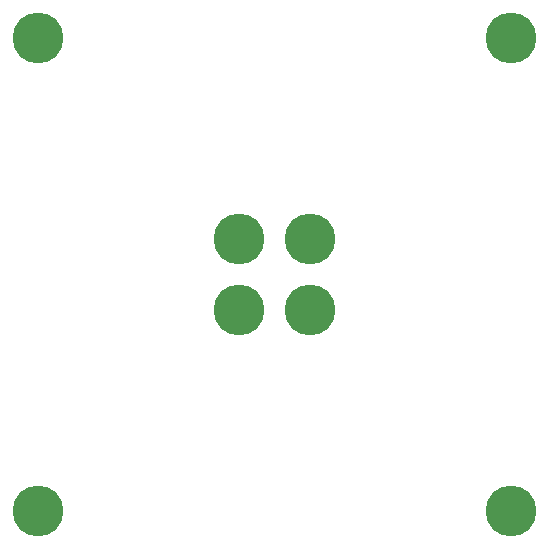
<source format=gbr>
G04 #@! TF.GenerationSoftware,KiCad,Pcbnew,(6.0.5)*
G04 #@! TF.CreationDate,2023-01-29T19:40:19+01:00*
G04 #@! TF.ProjectId,xformer_spacer,78666f72-6d65-4725-9f73-70616365722e,0.9*
G04 #@! TF.SameCoordinates,Original*
G04 #@! TF.FileFunction,Soldermask,Bot*
G04 #@! TF.FilePolarity,Negative*
%FSLAX46Y46*%
G04 Gerber Fmt 4.6, Leading zero omitted, Abs format (unit mm)*
G04 Created by KiCad (PCBNEW (6.0.5)) date 2023-01-29 19:40:19*
%MOMM*%
%LPD*%
G01*
G04 APERTURE LIST*
%ADD10C,4.300000*%
G04 APERTURE END LIST*
D10*
G04 #@! TO.C,H103*
X170000000Y-120000000D03*
G04 #@! TD*
G04 #@! TO.C,H106*
X187000000Y-97000000D03*
G04 #@! TD*
G04 #@! TO.C,H104*
X187000000Y-103000000D03*
G04 #@! TD*
G04 #@! TO.C,H102*
X193000000Y-103000000D03*
G04 #@! TD*
G04 #@! TO.C,H101*
X210000000Y-120000000D03*
G04 #@! TD*
G04 #@! TO.C,H108*
X193000000Y-97000000D03*
G04 #@! TD*
G04 #@! TO.C,H105*
X170000000Y-80000000D03*
G04 #@! TD*
G04 #@! TO.C,H107*
X210000000Y-80000000D03*
G04 #@! TD*
M02*

</source>
